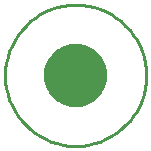
<source format=gbr>
G04 EAGLE Gerber RS-274X export*
G75*
%MOMM*%
%FSLAX34Y34*%
%LPD*%
%INSoldermask Bottom*%
%IPPOS*%
%AMOC8*
5,1,8,0,0,1.08239X$1,22.5*%
G01*
%ADD10C,0.254000*%

G36*
X63495Y33166D02*
X63495Y33166D01*
X63503Y33170D01*
X63512Y33168D01*
X67231Y33977D01*
X67238Y33982D01*
X67248Y33982D01*
X70813Y35312D01*
X70820Y35318D01*
X70830Y35319D01*
X74169Y37143D01*
X74175Y37150D01*
X74185Y37153D01*
X77231Y39433D01*
X77235Y39441D01*
X77244Y39445D01*
X79935Y42136D01*
X79939Y42144D01*
X79947Y42149D01*
X82227Y45195D01*
X82229Y45204D01*
X82237Y45211D01*
X84061Y48550D01*
X84062Y48559D01*
X84068Y48567D01*
X85398Y52132D01*
X85398Y52141D01*
X85403Y52149D01*
X86212Y55868D01*
X86210Y55876D01*
X86214Y55885D01*
X86486Y59681D01*
X86483Y59690D01*
X86486Y59699D01*
X86214Y63495D01*
X86210Y63503D01*
X86212Y63512D01*
X85403Y67231D01*
X85398Y67238D01*
X85398Y67248D01*
X84068Y70813D01*
X84062Y70820D01*
X84061Y70830D01*
X82237Y74169D01*
X82230Y74175D01*
X82227Y74185D01*
X79947Y77231D01*
X79939Y77235D01*
X79935Y77244D01*
X77244Y79935D01*
X77236Y79939D01*
X77231Y79947D01*
X74185Y82227D01*
X74176Y82229D01*
X74169Y82237D01*
X70830Y84061D01*
X70821Y84062D01*
X70813Y84068D01*
X67248Y85398D01*
X67239Y85398D01*
X67231Y85403D01*
X63512Y86212D01*
X63504Y86210D01*
X63495Y86214D01*
X59699Y86486D01*
X59691Y86483D01*
X59681Y86486D01*
X55885Y86214D01*
X55877Y86210D01*
X55868Y86212D01*
X52149Y85403D01*
X52142Y85398D01*
X52132Y85398D01*
X48567Y84068D01*
X48560Y84062D01*
X48550Y84061D01*
X45211Y82237D01*
X45205Y82230D01*
X45195Y82227D01*
X42149Y79947D01*
X42145Y79939D01*
X42136Y79935D01*
X39445Y77244D01*
X39442Y77236D01*
X39433Y77231D01*
X37153Y74185D01*
X37151Y74176D01*
X37143Y74169D01*
X35319Y70830D01*
X35318Y70821D01*
X35312Y70813D01*
X33982Y67248D01*
X33982Y67239D01*
X33977Y67231D01*
X33168Y63512D01*
X33170Y63504D01*
X33166Y63495D01*
X32894Y59699D01*
X32897Y59691D01*
X32894Y59681D01*
X33166Y55885D01*
X33170Y55877D01*
X33168Y55868D01*
X33977Y52149D01*
X33982Y52142D01*
X33982Y52132D01*
X35312Y48567D01*
X35318Y48560D01*
X35319Y48550D01*
X37143Y45211D01*
X37150Y45205D01*
X37153Y45195D01*
X39433Y42149D01*
X39440Y42145D01*
X39441Y42143D01*
X39442Y42142D01*
X39445Y42136D01*
X42136Y39445D01*
X42144Y39442D01*
X42149Y39433D01*
X45195Y37153D01*
X45204Y37151D01*
X45211Y37143D01*
X48550Y35319D01*
X48559Y35318D01*
X48567Y35312D01*
X52132Y33982D01*
X52141Y33982D01*
X52149Y33977D01*
X55868Y33168D01*
X55876Y33170D01*
X55885Y33166D01*
X59681Y32894D01*
X59690Y32897D01*
X59699Y32894D01*
X63495Y33166D01*
G37*
D10*
X0Y59690D02*
X227Y54488D01*
X907Y49325D01*
X2034Y44241D01*
X3600Y39275D01*
X5592Y34464D01*
X7997Y29845D01*
X10795Y25453D01*
X13965Y21322D01*
X17483Y17483D01*
X21322Y13965D01*
X25453Y10795D01*
X29845Y7997D01*
X34464Y5593D01*
X39275Y3600D01*
X44241Y2034D01*
X49325Y907D01*
X54488Y227D01*
X59690Y0D01*
X64892Y227D01*
X70055Y907D01*
X75139Y2034D01*
X80105Y3600D01*
X84916Y5593D01*
X89535Y7997D01*
X93927Y10795D01*
X98058Y13965D01*
X101897Y17483D01*
X105415Y21322D01*
X108585Y25453D01*
X111383Y29845D01*
X113787Y34464D01*
X115780Y39275D01*
X117346Y44241D01*
X118473Y49325D01*
X119153Y54488D01*
X119380Y59690D01*
X119153Y64892D01*
X118473Y70055D01*
X117346Y75139D01*
X115780Y80105D01*
X113788Y84916D01*
X111383Y89535D01*
X108585Y93927D01*
X105415Y98058D01*
X101897Y101897D01*
X98058Y105415D01*
X93927Y108585D01*
X89535Y111383D01*
X84916Y113788D01*
X80105Y115780D01*
X75139Y117346D01*
X70055Y118473D01*
X64892Y119153D01*
X59690Y119380D01*
X54488Y119153D01*
X49325Y118473D01*
X44241Y117346D01*
X39275Y115780D01*
X34464Y113788D01*
X29845Y111383D01*
X25453Y108585D01*
X21322Y105415D01*
X17483Y101897D01*
X13965Y98058D01*
X10795Y93927D01*
X7997Y89535D01*
X5592Y84916D01*
X3600Y80105D01*
X2034Y75139D01*
X907Y70055D01*
X227Y64892D01*
X0Y59690D01*
M02*

</source>
